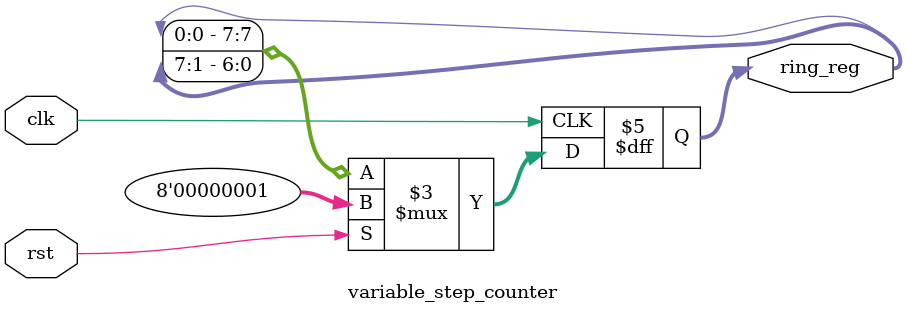
<source format=sv>
module variable_step_counter #(parameter STEP=1) (
    input clk, rst,
    output reg [7:0] ring_reg
);
always @(posedge clk) begin
    if (rst) ring_reg <= 8'h01;
    else ring_reg <= {ring_reg[STEP-1:0], ring_reg[7:STEP]};
end
endmodule

</source>
